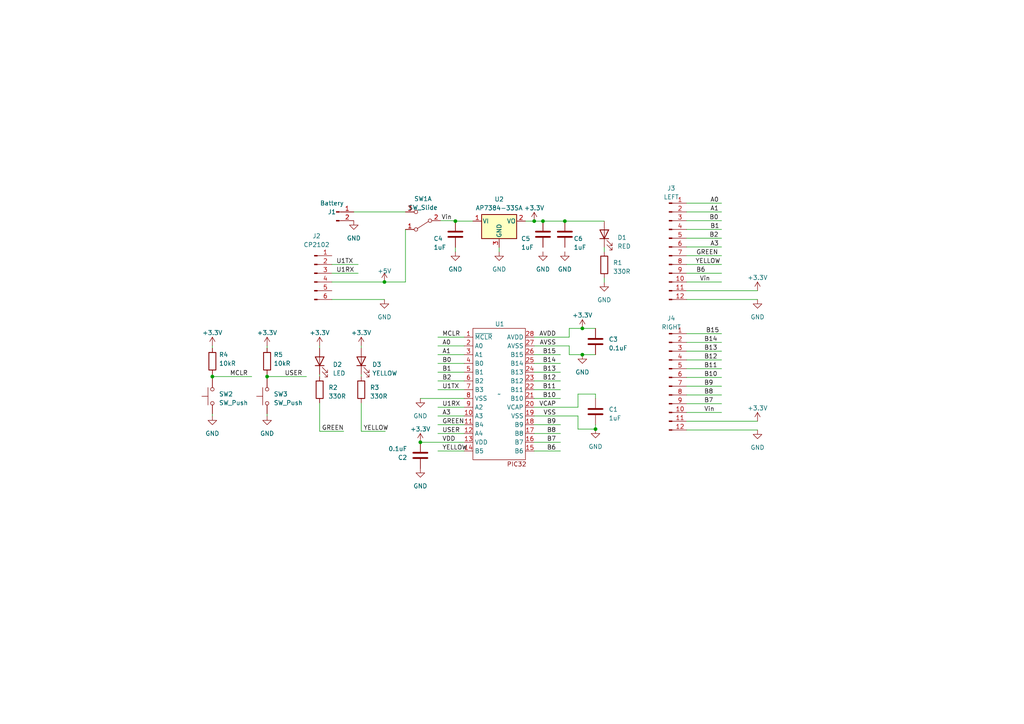
<source format=kicad_sch>
(kicad_sch (version 20230121) (generator eeschema)
  (paper "A4")
  (lib_symbols
    (symbol "Connector:Conn_01x02_Pin" (pin_names (offset 1.016) hide)
      (property "Reference" "J" (at 0 2.54 0))
      (property "Value" "Conn_01x02_Pin" (at 0 -5.08 0))
      (symbol "Conn_01x02_Pin_1_1"
        (polyline (pts (xy 1.27 -2.54) (xy 0.8636 -2.54)) (stroke (width 0.1524)))
        (polyline (pts (xy 1.27 0) (xy 0.8636 0)) (stroke (width 0.1524)))
        (rectangle (start 0.8636 -2.413) (end 0 -2.667) (stroke (width 0.1524)) (fill (type outline)))
        (rectangle (start 0.8636 0.127) (end 0 -0.127) (stroke (width 0.1524)) (fill (type outline)))
        (pin passive line (at 5.08 0 180) (length 3.81) (name "Pin_1") (number "1"))
        (pin passive line (at 5.08 -2.54 180) (length 3.81) (name "Pin_2") (number "2"))
      )
    )
    (symbol "Connector:Conn_01x06_Pin" (pin_names (offset 1.016) hide)
      (property "Reference" "J" (at 0 7.62 0))
      (property "Value" "Conn_01x06_Pin" (at 0 -10.16 0))
      (symbol "Conn_01x06_Pin_1_1"
        (polyline (pts (xy 1.27 -7.62) (xy 0.8636 -7.62)) (stroke (width 0.1524)))
        (polyline (pts (xy 1.27 -5.08) (xy 0.8636 -5.08)) (stroke (width 0.1524)))
        (polyline (pts (xy 1.27 -2.54) (xy 0.8636 -2.54)) (stroke (width 0.1524)))
        (polyline (pts (xy 1.27 0) (xy 0.8636 0)) (stroke (width 0.1524)))
        (polyline (pts (xy 1.27 2.54) (xy 0.8636 2.54)) (stroke (width 0.1524)))
        (polyline (pts (xy 1.27 5.08) (xy 0.8636 5.08)) (stroke (width 0.1524)))
        (rectangle (start 0.8636 -7.493) (end 0 -7.747) (stroke (width 0.1524)) (fill (type outline)))
        (rectangle (start 0.8636 -4.953) (end 0 -5.207) (stroke (width 0.1524)) (fill (type outline)))
        (rectangle (start 0.8636 -2.413) (end 0 -2.667) (stroke (width 0.1524)) (fill (type outline)))
        (rectangle (start 0.8636 0.127) (end 0 -0.127) (stroke (width 0.1524)) (fill (type outline)))
        (rectangle (start 0.8636 2.667) (end 0 2.413) (stroke (width 0.1524)) (fill (type outline)))
        (rectangle (start 0.8636 5.207) (end 0 4.953) (stroke (width 0.1524)) (fill (type outline)))
        (pin passive line (at 5.08 5.08 180) (length 3.81) (name "Pin_1") (number "1"))
        (pin passive line (at 5.08 2.54 180) (length 3.81) (name "Pin_2") (number "2"))
        (pin passive line (at 5.08 0 180) (length 3.81) (name "Pin_3") (number "3"))
        (pin passive line (at 5.08 -2.54 180) (length 3.81) (name "Pin_4") (number "4"))
        (pin passive line (at 5.08 -5.08 180) (length 3.81) (name "Pin_5") (number "5"))
        (pin passive line (at 5.08 -7.62 180) (length 3.81) (name "Pin_6") (number "6"))
      )
    )
    (symbol "Connector:Conn_01x12_Pin" (pin_names (offset 1.016) hide)
      (property "Reference" "J" (at 0 15.24 0))
      (property "Value" "Conn_01x12_Pin" (at 0 -17.78 0))
      (symbol "Conn_01x12_Pin_1_1"
        (polyline (pts (xy 1.27 -15.24) (xy 0.8636 -15.24)) (stroke (width 0.1524)))
        (polyline (pts (xy 1.27 -12.7) (xy 0.8636 -12.7)) (stroke (width 0.1524)))
        (polyline (pts (xy 1.27 -10.16) (xy 0.8636 -10.16)) (stroke (width 0.1524)))
        (polyline (pts (xy 1.27 -7.62) (xy 0.8636 -7.62)) (stroke (width 0.1524)))
        (polyline (pts (xy 1.27 -5.08) (xy 0.8636 -5.08)) (stroke (width 0.1524)))
        (polyline (pts (xy 1.27 -2.54) (xy 0.8636 -2.54)) (stroke (width 0.1524)))
        (polyline (pts (xy 1.27 0) (xy 0.8636 0)) (stroke (width 0.1524)))
        (polyline (pts (xy 1.27 2.54) (xy 0.8636 2.54)) (stroke (width 0.1524)))
        (polyline (pts (xy 1.27 5.08) (xy 0.8636 5.08)) (stroke (width 0.1524)))
        (polyline (pts (xy 1.27 7.62) (xy 0.8636 7.62)) (stroke (width 0.1524)))
        (polyline (pts (xy 1.27 10.16) (xy 0.8636 10.16)) (stroke (width 0.1524)))
        (polyline (pts (xy 1.27 12.7) (xy 0.8636 12.7)) (stroke (width 0.1524)))
        (rectangle (start 0.8636 -15.113) (end 0 -15.367) (stroke (width 0.1524)) (fill (type outline)))
        (rectangle (start 0.8636 -12.573) (end 0 -12.827) (stroke (width 0.1524)) (fill (type outline)))
        (rectangle (start 0.8636 -10.033) (end 0 -10.287) (stroke (width 0.1524)) (fill (type outline)))
        (rectangle (start 0.8636 -7.493) (end 0 -7.747) (stroke (width 0.1524)) (fill (type outline)))
        (rectangle (start 0.8636 -4.953) (end 0 -5.207) (stroke (width 0.1524)) (fill (type outline)))
        (rectangle (start 0.8636 -2.413) (end 0 -2.667) (stroke (width 0.1524)) (fill (type outline)))
        (rectangle (start 0.8636 0.127) (end 0 -0.127) (stroke (width 0.1524)) (fill (type outline)))
        (rectangle (start 0.8636 2.667) (end 0 2.413) (stroke (width 0.1524)) (fill (type outline)))
        (rectangle (start 0.8636 5.207) (end 0 4.953) (stroke (width 0.1524)) (fill (type outline)))
        (rectangle (start 0.8636 7.747) (end 0 7.493) (stroke (width 0.1524)) (fill (type outline)))
        (rectangle (start 0.8636 10.287) (end 0 10.033) (stroke (width 0.1524)) (fill (type outline)))
        (rectangle (start 0.8636 12.827) (end 0 12.573) (stroke (width 0.1524)) (fill (type outline)))
        (pin passive line (at 5.08 12.7 180) (length 3.81) (name "Pin_1") (number "1"))
        (pin passive line (at 5.08 -10.16 180) (length 3.81) (name "Pin_10") (number "10"))
        (pin passive line (at 5.08 -12.7 180) (length 3.81) (name "Pin_11") (number "11"))
        (pin passive line (at 5.08 -15.24 180) (length 3.81) (name "Pin_12") (number "12"))
        (pin passive line (at 5.08 10.16 180) (length 3.81) (name "Pin_2") (number "2"))
        (pin passive line (at 5.08 7.62 180) (length 3.81) (name "Pin_3") (number "3"))
        (pin passive line (at 5.08 5.08 180) (length 3.81) (name "Pin_4") (number "4"))
        (pin passive line (at 5.08 2.54 180) (length 3.81) (name "Pin_5") (number "5"))
        (pin passive line (at 5.08 0 180) (length 3.81) (name "Pin_6") (number "6"))
        (pin passive line (at 5.08 -2.54 180) (length 3.81) (name "Pin_7") (number "7"))
        (pin passive line (at 5.08 -5.08 180) (length 3.81) (name "Pin_8") (number "8"))
        (pin passive line (at 5.08 -7.62 180) (length 3.81) (name "Pin_9") (number "9"))
      )
    )
    (symbol "Device:C" (pin_numbers hide) (pin_names (offset 0.254))
      (property "Reference" "C" (at 0.635 2.54 0))
      (property "Value" "C" (at 0.635 -2.54 0))
      (symbol "C_0_1"
        (polyline (pts (xy -2.032 -0.762) (xy 2.032 -0.762)) (stroke (width 0.508)))
        (polyline (pts (xy -2.032 0.762) (xy 2.032 0.762)) (stroke (width 0.508)))
      )
      (symbol "C_1_1"
        (pin passive line (at 0 3.81 270) (length 2.794) (name "~") (number "1"))
        (pin passive line (at 0 -3.81 90) (length 2.794) (name "~") (number "2"))
      )
    )
    (symbol "Device:LED" (pin_numbers hide) (pin_names (offset 1.016) hide)
      (property "Reference" "D" (at 0 2.54 0))
      (property "Value" "LED" (at 0 -2.54 0))
      (symbol "LED_0_1"
        (polyline (pts (xy -1.27 -1.27) (xy -1.27 1.27)) (stroke (width 0.254)))
        (polyline (pts (xy -1.27 0) (xy 1.27 0)))
        (polyline (pts (xy 1.27 -1.27) (xy 1.27 1.27) (xy -1.27 0) (xy 1.27 -1.27)) (stroke (width 0.254)))
        (polyline (pts (xy -3.048 -0.762) (xy -4.572 -2.286) (xy -3.81 -2.286) (xy -4.572 -2.286) (xy -4.572 -1.524)))
        (polyline (pts (xy -1.778 -0.762) (xy -3.302 -2.286) (xy -2.54 -2.286) (xy -3.302 -2.286) (xy -3.302 -1.524)))
      )
      (symbol "LED_1_1"
        (pin passive line (at -3.81 0 0) (length 2.54) (name "K") (number "1"))
        (pin passive line (at 3.81 0 180) (length 2.54) (name "A") (number "2"))
      )
    )
    (symbol "Device:R" (pin_numbers hide) (pin_names (offset 0))
      (property "Reference" "R" (at 2.032 0 90))
      (property "Value" "R" (at 0 0 90))
      (symbol "R_0_1"
        (rectangle (start -1.016 -2.54) (end 1.016 2.54) (stroke (width 0.254)))
      )
      (symbol "R_1_1"
        (pin passive line (at 0 3.81 270) (length 1.27) (name "~") (number "1"))
        (pin passive line (at 0 -3.81 90) (length 1.27) (name "~") (number "2"))
      )
    )
    (symbol "Switch:SW_DPDT_x2" (pin_names (offset 0) hide)
      (property "Reference" "SW" (at 0 4.318 0))
      (property "Value" "SW_DPDT_x2" (at 0 -5.08 0))
      (symbol "SW_DPDT_x2_0_0"
        (circle (center -2.032 0) (radius 0.508))
        (circle (center 2.032 -2.54) (radius 0.508))
      )
      (symbol "SW_DPDT_x2_0_1"
        (polyline (pts (xy -1.524 0.254) (xy 1.651 2.286)))
        (circle (center 2.032 2.54) (radius 0.508))
      )
      (symbol "SW_DPDT_x2_1_1"
        (pin passive line (at 5.08 2.54 180) (length 2.54) (name "A") (number "1"))
        (pin passive line (at -5.08 0 0) (length 2.54) (name "B") (number "2"))
        (pin passive line (at 5.08 -2.54 180) (length 2.54) (name "C") (number "3"))
      )
      (symbol "SW_DPDT_x2_2_1"
        (pin passive line (at 5.08 2.54 180) (length 2.54) (name "A") (number "4"))
        (pin passive line (at -5.08 0 0) (length 2.54) (name "B") (number "5"))
        (pin passive line (at 5.08 -2.54 180) (length 2.54) (name "C") (number "6"))
      )
    )
    (symbol "Switch:SW_Push" (pin_numbers hide) (pin_names (offset 1.016) hide)
      (property "Reference" "SW" (at 1.27 2.54 0))
      (property "Value" "SW_Push" (at 0 -1.524 0))
      (symbol "SW_Push_0_1"
        (circle (center -2.032 0) (radius 0.508))
        (polyline (pts (xy 0 1.27) (xy 0 3.048)))
        (polyline (pts (xy 2.54 1.27) (xy -2.54 1.27)))
        (circle (center 2.032 0) (radius 0.508))
        (pin passive line (at -5.08 0 0) (length 2.54) (name "1") (number "1"))
        (pin passive line (at 5.08 0 180) (length 2.54) (name "2") (number "2"))
      )
    )
    (symbol "hw4piclibrary:AP7384-33SA" (pin_names (offset 0.254))
      (property "Reference" "U" (at -3.81 3.175 0))
      (property "Value" "AP7384-33SA" (at 0 3.175 0))
      (symbol "AP7384-33SA_0_1"
        (rectangle (start -5.08 1.905) (end 5.08 -5.08) (stroke (width 0.254)) (fill (type background)))
      )
      (symbol "AP7384-33SA_1_1"
        (pin power_in line (at -7.62 0 0) (length 2.54) (name "VI") (number "1"))
        (pin power_out line (at 7.62 0 180) (length 2.54) (name "VO") (number "2"))
        (pin power_in line (at 0 -7.62 90) (length 2.54) (name "GND") (number "3"))
      )
    )
    (symbol "hw4piclibrary:PIC32"
      (property "Reference" "U" (at 6.35 20.32 0))
      (symbol "PIC32_0_1"
        (rectangle (start -7.62 19.05) (end 7.62 -19.05))
      )
      (symbol "PIC32_1_1"
        (text "PIC32\n" (at 5.08 -20.32 0) (effects (font (size 1.27 1.27))))
        (pin input line (at -10.16 16.51 0) (length 2.54) (name "~{MCLR}") (number "1"))
        (pin input line (at -10.16 -6.35 0) (length 2.54) (name "A3") (number "10"))
        (pin input line (at -10.16 -8.89 0) (length 2.54) (name "B4") (number "11"))
        (pin input line (at -10.16 -11.43 0) (length 2.54) (name "A4") (number "12"))
        (pin input line (at -10.16 -13.97 0) (length 2.54) (name "VDD") (number "13"))
        (pin input line (at -10.16 -16.51 0) (length 2.54) (name "B5") (number "14"))
        (pin input line (at 10.16 -16.51 180) (length 2.54) (name "B6") (number "15"))
        (pin input line (at 10.16 -13.97 180) (length 2.54) (name "B7") (number "16"))
        (pin input line (at 10.16 -11.43 180) (length 2.54) (name "B8") (number "17"))
        (pin input line (at 10.16 -8.89 180) (length 2.54) (name "B9") (number "18"))
        (pin input line (at 10.16 -6.35 180) (length 2.54) (name "VSS") (number "19"))
        (pin input line (at -10.16 13.97 0) (length 2.54) (name "A0") (number "2"))
        (pin input line (at 10.16 -3.81 180) (length 2.54) (name "VCAP") (number "20"))
        (pin input line (at 10.16 -1.27 180) (length 2.54) (name "B10") (number "21"))
        (pin input line (at 10.16 1.27 180) (length 2.54) (name "B11") (number "22"))
        (pin input line (at 10.16 3.81 180) (length 2.54) (name "B12") (number "23"))
        (pin input line (at 10.16 6.35 180) (length 2.54) (name "B13") (number "24"))
        (pin input line (at 10.16 8.89 180) (length 2.54) (name "B14") (number "25"))
        (pin input line (at 10.16 11.43 180) (length 2.54) (name "B15") (number "26"))
        (pin input line (at 10.16 13.97 180) (length 2.54) (name "AVSS") (number "27"))
        (pin input line (at 10.16 16.51 180) (length 2.54) (name "AVDD") (number "28"))
        (pin input line (at -10.16 11.43 0) (length 2.54) (name "A1") (number "3"))
        (pin input line (at -10.16 8.89 0) (length 2.54) (name "B0") (number "4"))
        (pin input line (at -10.16 6.35 0) (length 2.54) (name "B1") (number "5"))
        (pin input line (at -10.16 3.81 0) (length 2.54) (name "B2") (number "6"))
        (pin input line (at -10.16 1.27 0) (length 2.54) (name "B3") (number "7"))
        (pin input line (at -10.16 -1.27 0) (length 2.54) (name "VSS") (number "8"))
        (pin input line (at -10.16 -3.81 0) (length 2.54) (name "A2") (number "9"))
      )
    )
    (symbol "power:+3.3V" (power) (pin_names (offset 0))
      (property "Value" "+3.3V" (at 0 3.556 0))
      (symbol "+3.3V_0_1"
        (polyline (pts (xy -0.762 1.27) (xy 0 2.54)))
        (polyline (pts (xy 0 0) (xy 0 2.54)))
        (polyline (pts (xy 0 2.54) (xy 0.762 1.27)))
      )
      (symbol "+3.3V_1_1"
        (pin power_in line (at 0 0 90) (length 0) hide (name "+3.3V") (number "1"))
      )
    )
    (symbol "power:+5V" (power) (pin_names (offset 0))
      (property "Value" "+5V" (at 0 3.556 0))
      (symbol "+5V_0_1"
        (polyline (pts (xy -0.762 1.27) (xy 0 2.54)))
        (polyline (pts (xy 0 0) (xy 0 2.54)))
        (polyline (pts (xy 0 2.54) (xy 0.762 1.27)))
      )
      (symbol "+5V_1_1"
        (pin power_in line (at 0 0 90) (length 0) hide (name "+5V") (number "1"))
      )
    )
    (symbol "power:GND" (power) (pin_names (offset 0))
      (property "Value" "GND" (at 0 -3.81 0))
      (symbol "GND_0_1"
        (polyline (pts (xy 0 0) (xy 0 -1.27) (xy 1.27 -1.27) (xy 0 -2.54) (xy -1.27 -1.27) (xy 0 -1.27)))
      )
      (symbol "GND_1_1"
        (pin power_in line (at 0 0 270) (length 0) hide (name "GND") (number "1"))
      )
    )
  )
  (junction (at 111.506 81.788))
  (junction (at 168.91 102.87))
  (junction (at 172.72 124.46))
  (junction (at 132.08 64.135))
  (junction (at 61.595 109.22))
  (junction (at 154.94 64.135))
  (junction (at 163.83 64.135))
  (junction (at 121.92 128.27))
  (junction (at 168.91 95.25))
  (junction (at 157.48 64.135))
  (junction (at 77.47 109.22))
  (wire (pts (xy 92.71 116.84) (xy 92.71 125.095)))
  (wire (pts (xy 104.775 100.965) (xy 104.775 100.33)))
  (wire (pts (xy 199.136 122.174) (xy 219.71 122.174)))
  (wire (pts (xy 199.136 71.628) (xy 209.296 71.628)))
  (wire (pts (xy 167.64 124.46) (xy 172.72 124.46)))
  (wire (pts (xy 77.47 109.855) (xy 77.47 109.22)))
  (wire (pts (xy 96.266 81.788) (xy 111.506 81.788)))
  (wire (pts (xy 162.56 128.27) (xy 154.94 128.27)))
  (wire (pts (xy 199.136 81.788) (xy 209.296 81.788)))
  (wire (pts (xy 162.56 130.81) (xy 154.94 130.81)))
  (wire (pts (xy 199.136 104.394) (xy 209.296 104.394)))
  (wire (pts (xy 127.762 64.008) (xy 132.08 64.008)))
  (wire (pts (xy 199.136 101.854) (xy 209.296 101.854)))
  (wire (pts (xy 199.136 61.468) (xy 209.296 61.468)))
  (wire (pts (xy 127 100.33) (xy 134.62 100.33)))
  (wire (pts (xy 77.47 120.65) (xy 77.47 120.015)))
  (wire (pts (xy 154.94 118.11) (xy 167.64 118.11)))
  (wire (pts (xy 61.595 120.65) (xy 61.595 120.015)))
  (wire (pts (xy 175.26 80.645) (xy 175.26 81.915)))
  (wire (pts (xy 167.64 114.3) (xy 172.72 114.3)))
  (wire (pts (xy 96.266 76.708) (xy 103.886 76.708)))
  (wire (pts (xy 127 125.73) (xy 134.62 125.73)))
  (wire (pts (xy 199.136 69.088) (xy 209.296 69.088)))
  (wire (pts (xy 111.506 86.868) (xy 96.266 86.868)))
  (wire (pts (xy 61.595 109.22) (xy 61.595 108.585)))
  (wire (pts (xy 165.1 100.33) (xy 165.1 102.87)))
  (wire (pts (xy 104.775 109.22) (xy 104.775 108.585)))
  (wire (pts (xy 127 105.41) (xy 134.62 105.41)))
  (wire (pts (xy 199.136 124.714) (xy 219.71 124.714)))
  (wire (pts (xy 199.136 99.314) (xy 209.296 99.314)))
  (wire (pts (xy 162.56 125.73) (xy 154.94 125.73)))
  (wire (pts (xy 167.64 120.65) (xy 167.64 124.46)))
  (wire (pts (xy 77.47 109.22) (xy 88.9 109.22)))
  (wire (pts (xy 77.47 109.22) (xy 77.47 108.585)))
  (wire (pts (xy 162.56 123.19) (xy 154.94 123.19)))
  (wire (pts (xy 132.08 64.008) (xy 132.08 64.135)))
  (wire (pts (xy 77.47 100.965) (xy 77.47 100.33)))
  (wire (pts (xy 162.56 110.49) (xy 154.94 110.49)))
  (wire (pts (xy 199.136 84.328) (xy 219.71 84.328)))
  (wire (pts (xy 154.94 120.65) (xy 167.64 120.65)))
  (wire (pts (xy 127 118.11) (xy 134.62 118.11)))
  (wire (pts (xy 111.506 81.788) (xy 117.602 81.788)))
  (wire (pts (xy 199.136 117.094) (xy 209.296 117.094)))
  (wire (pts (xy 127 107.95) (xy 134.62 107.95)))
  (wire (pts (xy 167.64 114.3) (xy 167.64 118.11)))
  (wire (pts (xy 199.136 66.548) (xy 209.296 66.548)))
  (wire (pts (xy 172.72 114.3) (xy 172.72 115.57)))
  (wire (pts (xy 144.78 71.755) (xy 144.78 73.025)))
  (wire (pts (xy 199.136 74.168) (xy 209.296 74.168)))
  (wire (pts (xy 162.56 107.95) (xy 154.94 107.95)))
  (wire (pts (xy 199.136 106.934) (xy 209.296 106.934)))
  (wire (pts (xy 162.56 113.03) (xy 154.94 113.03)))
  (wire (pts (xy 162.56 115.57) (xy 154.94 115.57)))
  (wire (pts (xy 104.775 125.095) (xy 111.76 125.095)))
  (wire (pts (xy 154.94 100.33) (xy 165.1 100.33)))
  (wire (pts (xy 199.136 86.868) (xy 219.71 86.868)))
  (wire (pts (xy 61.595 109.855) (xy 61.595 109.22)))
  (wire (pts (xy 199.136 109.474) (xy 209.296 109.474)))
  (wire (pts (xy 199.136 112.014) (xy 209.296 112.014)))
  (wire (pts (xy 104.775 116.84) (xy 104.775 125.095)))
  (wire (pts (xy 199.136 114.554) (xy 209.296 114.554)))
  (wire (pts (xy 92.71 109.22) (xy 92.71 108.585)))
  (wire (pts (xy 127 97.79) (xy 134.62 97.79)))
  (wire (pts (xy 168.91 95.25) (xy 172.72 95.25)))
  (wire (pts (xy 199.136 96.774) (xy 209.296 96.774)))
  (wire (pts (xy 199.136 76.708) (xy 209.296 76.708)))
  (wire (pts (xy 61.595 100.965) (xy 61.595 100.33)))
  (wire (pts (xy 199.136 79.248) (xy 209.296 79.248)))
  (wire (pts (xy 199.136 58.928) (xy 209.296 58.928)))
  (wire (pts (xy 152.4 64.135) (xy 154.94 64.135)))
  (wire (pts (xy 157.48 64.135) (xy 163.83 64.135)))
  (wire (pts (xy 132.08 71.755) (xy 132.08 73.025)))
  (wire (pts (xy 102.616 61.468) (xy 117.602 61.468)))
  (wire (pts (xy 121.92 128.27) (xy 134.62 128.27)))
  (wire (pts (xy 165.1 97.79) (xy 165.1 95.25)))
  (wire (pts (xy 165.1 95.25) (xy 168.91 95.25)))
  (wire (pts (xy 199.136 64.008) (xy 209.296 64.008)))
  (wire (pts (xy 92.71 125.095) (xy 99.695 125.095)))
  (wire (pts (xy 162.56 105.41) (xy 154.94 105.41)))
  (wire (pts (xy 121.92 115.57) (xy 134.62 115.57)))
  (wire (pts (xy 199.136 119.634) (xy 209.296 119.634)))
  (wire (pts (xy 127 120.65) (xy 134.62 120.65)))
  (wire (pts (xy 127 130.81) (xy 134.62 130.81)))
  (wire (pts (xy 117.602 66.548) (xy 117.602 81.788)))
  (wire (pts (xy 165.1 102.87) (xy 168.91 102.87)))
  (wire (pts (xy 127 113.03) (xy 134.62 113.03)))
  (wire (pts (xy 61.595 109.22) (xy 73.025 109.22)))
  (wire (pts (xy 96.266 79.248) (xy 103.886 79.248)))
  (wire (pts (xy 163.83 64.135) (xy 175.26 64.135)))
  (wire (pts (xy 127 123.19) (xy 134.62 123.19)))
  (wire (pts (xy 154.94 64.135) (xy 157.48 64.135)))
  (wire (pts (xy 132.08 64.135) (xy 137.16 64.135)))
  (wire (pts (xy 127 110.49) (xy 134.62 110.49)))
  (wire (pts (xy 175.26 73.025) (xy 175.26 71.755)))
  (wire (pts (xy 172.72 123.19) (xy 172.72 124.46)))
  (wire (pts (xy 92.71 100.965) (xy 92.71 100.33)))
  (wire (pts (xy 154.94 97.79) (xy 165.1 97.79)))
  (wire (pts (xy 162.56 102.87) (xy 154.94 102.87)))
  (wire (pts (xy 127 102.87) (xy 134.62 102.87)))
  (wire (pts (xy 168.91 102.87) (xy 172.72 102.87)))
  (label "B2" (at 128.27 110.49 0))
  (label "B8" (at 161.29 125.73 180))
  (label "A0" (at 128.27 100.33 0))
  (label "YELLOW" (at 201.676 76.708 0))
  (label "B1" (at 205.994 66.548 0))
  (label "B7" (at 161.29 128.27 180))
  (label "VSS" (at 161.29 120.65 180))
  (label "A1" (at 128.27 102.87 0))
  (label "AVSS" (at 161.29 100.33 180))
  (label "YELLOW" (at 128.27 130.81 0))
  (label "B15" (at 204.724 96.774 0))
  (label "B15" (at 161.29 102.87 180))
  (label "U1TX" (at 97.536 76.708 0))
  (label "GREEN" (at 201.93 74.168 0))
  (label "B10" (at 204.216 109.474 0))
  (label "Vin" (at 128.016 64.008 0))
  (label "B14" (at 161.29 105.41 180))
  (label "B11" (at 204.216 106.934 0))
  (label "MCLR" (at 128.27 97.79 0))
  (label "B0" (at 128.27 105.41 0))
  (label "B9" (at 204.216 112.014 0))
  (label "U1TX" (at 128.27 113.03 0))
  (label "B13" (at 204.216 101.854 0))
  (label "MCLR" (at 66.675 109.22 0))
  (label "A3" (at 128.27 120.65 0))
  (label "B2" (at 205.74 69.088 0))
  (label "A1" (at 205.994 61.468 0))
  (label "B11" (at 161.29 113.03 180))
  (label "B12" (at 204.216 104.394 0))
  (label "B6" (at 161.29 130.81 180))
  (label "VCAP" (at 161.29 118.11 180))
  (label "U1RX" (at 128.27 118.11 0))
  (label "U1RX" (at 97.536 79.248 0))
  (label "B12" (at 161.29 110.49 180))
  (label "B6" (at 201.93 79.248 0))
  (label "A3" (at 205.994 71.628 0))
  (label "USER" (at 128.27 125.73 0))
  (label "A0" (at 205.994 58.928 0))
  (label "AVDD" (at 161.29 97.79 180))
  (label "GREEN" (at 93.345 125.095 0))
  (label "Vin" (at 202.946 81.788 0))
  (label "B7" (at 204.216 117.094 0))
  (label "B13" (at 161.29 107.95 180))
  (label "GREEN" (at 128.27 123.19 0))
  (label "B0" (at 205.74 64.008 0))
  (label "B8" (at 204.216 114.554 0))
  (label "Vin" (at 204.216 119.634 0))
  (label "VDD" (at 128.27 128.27 0))
  (label "B9" (at 161.29 123.19 180))
  (label "B14" (at 204.216 99.314 0))
  (label "USER" (at 82.55 109.22 0))
  (label "B10" (at 161.29 115.57 180))
  (label "B1" (at 128.27 107.95 0))
  (label "YELLOW" (at 105.41 125.095 0))
  (symbol (lib_id "Device:LED") (at 104.775 104.775 90) (unit 1)
    (property "Reference" "D3" (at 107.95 105.7275 90) (effects (justify right)))
    (property "Value" "YELLOW" (at 107.95 108.2675 90) (effects (justify right)))
    (property "Footprint" "LED_THT:LED_D3.0mm" (effects hide))
  )
  (symbol (lib_id "power:GND") (at 111.506 86.868 0) (unit 1)
    (property "Reference" "#PWR022" (effects hide))
    (property "Value" "GND" (at 111.506 91.948 0))
  )
  (symbol (lib_id "power:+3.3V") (at 219.71 122.174 0) (unit 1)
    (property "Reference" "#PWR024" (effects hide))
    (property "Value" "+3.3V" (at 219.71 118.364 0))
  )
  (symbol (lib_id "Connector:Conn_01x06_Pin") (at 91.186 79.248 0) (unit 1)
    (property "Reference" "J2" (at 91.821 68.453 0))
    (property "Value" "CP2102" (at 91.821 70.993 0))
    (property "Footprint" "Connector_PinSocket_2.54mm:PinSocket_1x06_P2.54mm_Vertical" (effects hide))
  )
  (symbol (lib_id "power:GND") (at 144.78 73.025 0) (unit 1)
    (property "Reference" "#PWR011" (effects hide))
    (property "Value" "GND" (at 144.78 78.105 0))
  )
  (symbol (lib_id "Device:LED") (at 92.71 104.775 90) (unit 1)
    (property "Reference" "D2" (at 96.52 105.7275 90) (effects (justify right)))
    (property "Value" "LED" (at 96.52 108.2675 90) (effects (justify right)))
    (property "Footprint" "LED_THT:LED_D3.0mm" (effects hide))
  )
  (symbol (lib_id "power:+3.3V") (at 121.92 128.27 0) (unit 1)
    (property "Reference" "#PWR06" (effects hide))
    (property "Value" "+3.3V" (at 121.92 124.46 0))
  )
  (symbol (lib_id "Device:C") (at 157.48 67.945 180) (unit 1)
    (property "Reference" "C5" (at 151.13 69.215 0) (effects (justify right)))
    (property "Value" "1uF" (at 151.13 71.755 0) (effects (justify right)))
    (property "Footprint" "Capacitor_THT:C_Disc_D5.1mm_W3.2mm_P5.00mm" (effects hide))
  )
  (symbol (lib_id "power:GND") (at 61.595 120.65 0) (unit 1)
    (property "Reference" "#PWR020" (effects hide))
    (property "Value" "GND" (at 61.595 125.73 0))
  )
  (symbol (lib_id "power:GND") (at 172.72 124.46 0) (unit 1)
    (property "Reference" "#PWR03" (effects hide))
    (property "Value" "GND" (at 172.72 129.54 0))
  )
  (symbol (lib_id "power:GND") (at 132.08 73.025 0) (unit 1)
    (property "Reference" "#PWR010" (effects hide))
    (property "Value" "GND" (at 132.08 78.105 0))
  )
  (symbol (lib_id "Device:C") (at 132.08 67.945 180) (unit 1)
    (property "Reference" "C4" (at 125.73 69.215 0) (effects (justify right)))
    (property "Value" "1uF" (at 125.73 71.755 0) (effects (justify right)))
    (property "Footprint" "Capacitor_THT:C_Disc_D5.1mm_W3.2mm_P5.00mm" (effects hide))
  )
  (symbol (lib_id "power:+3.3V") (at 219.71 84.328 0) (unit 1)
    (property "Reference" "#PWR01" (effects hide))
    (property "Value" "+3.3V" (at 219.71 80.518 0))
  )
  (symbol (lib_id "Switch:SW_Push") (at 61.595 114.935 90) (unit 1)
    (property "Reference" "SW2" (at 63.5 114.3 90) (effects (justify right)))
    (property "Value" "SW_Push" (at 63.5 116.84 90) (effects (justify right)))
    (property "Footprint" "HW4 Footprint Library:pushbutton" (effects hide))
  )
  (symbol (lib_id "Switch:SW_Push") (at 77.47 114.935 90) (unit 1)
    (property "Reference" "SW3" (at 79.375 114.3 90) (effects (justify right)))
    (property "Value" "SW_Push" (at 79.375 116.84 90) (effects (justify right)))
    (property "Footprint" "HW4 Footprint Library:pushbutton" (effects hide))
  )
  (symbol (lib_id "Device:R") (at 104.775 113.03 0) (unit 1)
    (property "Reference" "R3" (at 107.315 112.395 0) (effects (justify left)))
    (property "Value" "330R" (at 107.315 114.935 0) (effects (justify left)))
    (property "Footprint" "Resistor_THT:R_Axial_DIN0207_L6.3mm_D2.5mm_P7.62mm_Horizontal" (effects hide))
  )
  (symbol (lib_id "hw4piclibrary:AP7384-33SA") (at 144.78 64.135 0) (unit 1)
    (property "Reference" "U2" (at 144.78 57.785 0))
    (property "Value" "AP7384-33SA" (at 144.78 60.325 0))
    (property "Footprint" "Package_TO_SOT_THT:TO-92L_Inline" (effects hide))
  )
  (symbol (lib_id "power:GND") (at 121.92 135.89 0) (unit 1)
    (property "Reference" "#PWR05" (effects hide))
    (property "Value" "GND" (at 121.92 140.97 0))
  )
  (symbol (lib_id "power:GND") (at 219.71 86.868 0) (unit 1)
    (property "Reference" "#PWR023" (effects hide))
    (property "Value" "GND" (at 219.71 91.948 0))
  )
  (symbol (lib_id "Connector:Conn_01x02_Pin") (at 97.536 61.468 0) (unit 1)
    (property "Reference" "J1" (at 96.266 61.468 0))
    (property "Value" "Battery" (at 96.266 58.928 0))
    (property "Footprint" "Connector_PinSocket_2.54mm:PinSocket_1x02_P2.54mm_Vertical" (effects hide))
  )
  (symbol (lib_id "Device:R") (at 77.47 104.775 0) (unit 1)
    (property "Reference" "R5" (at 79.375 102.87 0) (effects (justify left)))
    (property "Value" "10kR" (at 79.375 105.41 0) (effects (justify left)))
    (property "Footprint" "Resistor_THT:R_Axial_DIN0207_L6.3mm_D2.5mm_P7.62mm_Horizontal" (effects hide))
  )
  (symbol (lib_id "power:+3.3V") (at 168.91 95.25 0) (unit 1)
    (property "Reference" "#PWR07" (effects hide))
    (property "Value" "+3.3V" (at 168.91 91.44 0))
  )
  (symbol (lib_id "Device:R") (at 92.71 113.03 0) (unit 1)
    (property "Reference" "R2" (at 95.25 112.395 0) (effects (justify left)))
    (property "Value" "330R" (at 95.25 114.935 0) (effects (justify left)))
    (property "Footprint" "Resistor_THT:R_Axial_DIN0207_L6.3mm_D2.5mm_P7.62mm_Horizontal" (effects hide))
  )
  (symbol (lib_id "power:GND") (at 168.91 102.87 0) (unit 1)
    (property "Reference" "#PWR08" (effects hide))
    (property "Value" "GND" (at 168.91 107.95 0))
  )
  (symbol (lib_id "power:GND") (at 219.71 124.714 0) (unit 1)
    (property "Reference" "#PWR025" (effects hide))
    (property "Value" "GND" (at 219.71 129.794 0))
  )
  (symbol (lib_id "power:GND") (at 163.83 73.025 0) (unit 1)
    (property "Reference" "#PWR013" (effects hide))
    (property "Value" "GND" (at 163.83 78.105 0))
  )
  (symbol (lib_id "Connector:Conn_01x12_Pin") (at 194.056 71.628 0) (unit 1)
    (property "Reference" "J3" (at 194.691 54.61 0))
    (property "Value" "LEFT" (at 194.691 57.15 0))
    (property "Footprint" "Connector_PinSocket_2.54mm:PinSocket_1x12_P2.54mm_Vertical" (effects hide))
  )
  (symbol (lib_id "power:GND") (at 102.616 64.008 0) (unit 1)
    (property "Reference" "#PWR09" (effects hide))
    (property "Value" "GND" (at 102.616 69.088 0))
  )
  (symbol (lib_id "power:GND") (at 157.48 73.025 0) (unit 1)
    (property "Reference" "#PWR012" (effects hide))
    (property "Value" "GND" (at 157.48 78.105 0))
  )
  (symbol (lib_id "Device:R") (at 175.26 76.835 0) (unit 1)
    (property "Reference" "R1" (at 177.8 76.2 0) (effects (justify left)))
    (property "Value" "330R" (at 177.8 78.74 0) (effects (justify left)))
    (property "Footprint" "Resistor_THT:R_Axial_DIN0207_L6.3mm_D2.5mm_P7.62mm_Horizontal" (effects hide))
  )
  (symbol (lib_id "Device:C") (at 163.83 67.945 180) (unit 1)
    (property "Reference" "C6" (at 166.37 69.215 0) (effects (justify right)))
    (property "Value" "1uF" (at 166.37 71.755 0) (effects (justify right)))
    (property "Footprint" "Capacitor_THT:C_Disc_D5.1mm_W3.2mm_P5.00mm" (effects hide))
  )
  (symbol (lib_id "Device:C") (at 121.92 132.08 180) (unit 1)
    (property "Reference" "C2" (at 118.11 132.715 0) (effects (justify left)))
    (property "Value" "0.1uF" (at 118.11 130.175 0) (effects (justify left)))
    (property "Footprint" "Capacitor_THT:C_Disc_D3.4mm_W2.1mm_P2.50mm" (effects hide))
  )
  (symbol (lib_id "power:GND") (at 77.47 120.65 0) (unit 1)
    (property "Reference" "#PWR019" (effects hide))
    (property "Value" "GND" (at 77.47 125.73 0))
  )
  (symbol (lib_id "Device:R") (at 61.595 104.775 0) (unit 1)
    (property "Reference" "R4" (at 63.5 102.87 0) (effects (justify left)))
    (property "Value" "10kR" (at 63.5 105.41 0) (effects (justify left)))
    (property "Footprint" "Resistor_THT:R_Axial_DIN0207_L6.3mm_D2.5mm_P7.62mm_Horizontal" (effects hide))
  )
  (symbol (lib_id "Connector:Conn_01x12_Pin") (at 194.056 109.474 0) (unit 1)
    (property "Reference" "J4" (at 194.691 92.329 0))
    (property "Value" "RIGHT" (at 194.691 94.869 0))
    (property "Footprint" "Connector_PinSocket_2.54mm:PinSocket_1x12_P2.54mm_Vertical" (effects hide))
  )
  (symbol (lib_id "power:+3.3V") (at 77.47 100.33 0) (unit 1)
    (property "Reference" "#PWR016" (effects hide))
    (property "Value" "+3.3V" (at 77.47 96.52 0))
  )
  (symbol (lib_id "hw4piclibrary:PIC32") (at 144.78 114.3 0) (unit 1)
    (property "Reference" "U1" (at 144.9367 93.98 0))
    (property "Value" "~" (at 144.78 114.3 0))
    (property "Footprint" "Package_DIP:DIP-28_W7.62mm_Socket" (effects hide))
  )
  (symbol (lib_id "power:+3.3V") (at 92.71 100.33 0) (unit 1)
    (property "Reference" "#PWR017" (effects hide))
    (property "Value" "+3.3V" (at 92.71 96.52 0))
  )
  (symbol (lib_id "Switch:SW_DPDT_x2") (at 122.682 64.008 180) (unit 1)
    (property "Reference" "SW1" (at 122.682 57.658 0))
    (property "Value" "SW_Slide" (at 122.682 60.198 0))
    (property "Footprint" "HW4 Footprint Library:slideswpic" (effects hide))
  )
  (symbol (lib_id "power:+3.3V") (at 61.595 100.33 0) (unit 1)
    (property "Reference" "#PWR015" (effects hide))
    (property "Value" "+3.3V" (at 61.595 96.52 0))
  )
  (symbol (lib_id "power:+3.3V") (at 104.775 100.33 0) (unit 1)
    (property "Reference" "#PWR018" (effects hide))
    (property "Value" "+3.3V" (at 104.775 96.52 0))
  )
  (symbol (lib_id "Device:LED") (at 175.26 67.945 90) (unit 1)
    (property "Reference" "D1" (at 179.07 68.8975 90) (effects (justify right)))
    (property "Value" "RED" (at 179.07 71.4375 90) (effects (justify right)))
    (property "Footprint" "LED_THT:LED_D3.0mm" (effects hide))
  )
  (symbol (lib_id "power:+3.3V") (at 154.94 64.135 0) (unit 1)
    (property "Reference" "#PWR014" (effects hide))
    (property "Value" "+3.3V" (at 154.94 60.325 0))
  )
  (symbol (lib_id "Device:C") (at 172.72 99.06 0) (unit 1)
    (property "Reference" "C3" (at 176.53 98.425 0) (effects (justify left)))
    (property "Value" "0.1uF" (at 176.53 100.965 0) (effects (justify left)))
    (property "Footprint" "Capacitor_THT:C_Disc_D3.4mm_W2.1mm_P2.50mm" (effects hide))
  )
  (symbol (lib_id "power:+5V") (at 111.506 81.788 0) (unit 1)
    (property "Reference" "#PWR021" (effects hide))
    (property "Value" "+5V" (at 111.506 78.613 0))
  )
  (symbol (lib_id "Device:C") (at 172.72 119.38 0) (unit 1)
    (property "Reference" "C1" (at 176.53 118.745 0) (effects (justify left)))
    (property "Value" "1uF" (at 176.53 121.285 0) (effects (justify left)))
    (property "Footprint" "Capacitor_THT:C_Disc_D5.1mm_W3.2mm_P5.00mm" (effects hide))
  )
  (symbol (lib_id "power:GND") (at 121.92 115.57 0) (unit 1)
    (property "Reference" "#PWR04" (effects hide))
    (property "Value" "GND" (at 121.92 120.65 0))
  )
  (symbol (lib_id "power:GND") (at 175.26 81.915 0) (unit 1)
    (property "Reference" "#PWR02" (effects hide))
    (property "Value" "GND" (at 175.26 86.995 0))
  )
)
</source>
